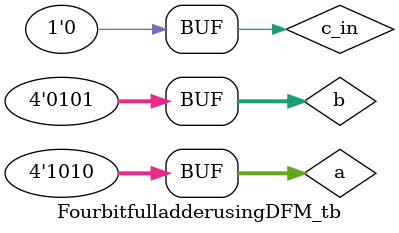
<source format=v>
module FourbitfulladderusingDFM_tb;
  reg [3:0] a;
  reg [3:0] b;
  reg c_in;
  wire [3:0] sum;
  wire c_out;
  
FourbitfulladderusingDFM FourbitFADFM(.sum(sum),.carry(c_out),.a(a),.b(b),.c_in(c_in));
initial
begin
  a = 4'b0000; 
  b = 4'b0000; 
  c_in = 1'b0;
  #10;
  a = 4'b0011; b = 4'b1000;
  #10;
  a = 4'b0010; b = 4'b0101;
  #10;
  a = 4'b1001; b = 4'b1001;
  #10;
  a = 4'b1010; b = 4'b1111;
  #10;
  a = 4'b1010; b = 4'b0101;
  #10;
  
end


endmodule 
</source>
